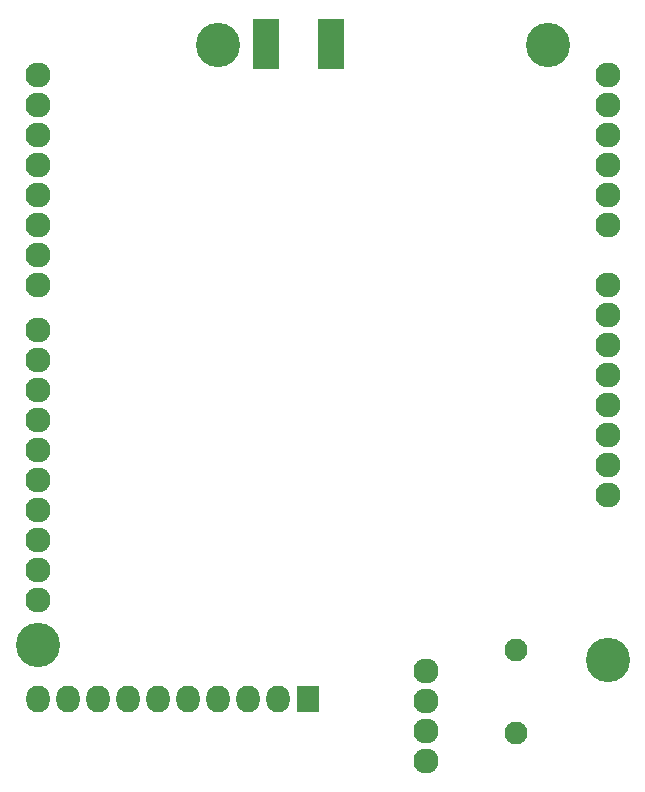
<source format=gbs>
G04 #@! TF.FileFunction,Soldermask,Bot*
%FSLAX46Y46*%
G04 Gerber Fmt 4.6, Leading zero omitted, Abs format (unit mm)*
G04 Created by KiCad (PCBNEW 4.0.0-rc1-stable) date 2/9/2016 2:30:25 PM*
%MOMM*%
G01*
G04 APERTURE LIST*
%ADD10C,0.150000*%
%ADD11C,1.950000*%
%ADD12C,2.129600*%
%ADD13R,1.977200X2.282000*%
%ADD14O,1.977200X2.282000*%
%ADD15R,2.250000X4.314000*%
%ADD16C,3.750000*%
G04 APERTURE END LIST*
D10*
D11*
X43100000Y-1095000D03*
X43100000Y5905000D03*
D12*
X35470000Y1625000D03*
X35470000Y-915000D03*
X35470000Y-3455000D03*
X35470000Y4165000D03*
D13*
X25480000Y1780000D03*
D14*
X22940000Y1780000D03*
X20400000Y1780000D03*
X17860000Y1780000D03*
X15320000Y1780000D03*
X12780000Y1780000D03*
X10240000Y1780000D03*
X7700000Y1780000D03*
X5160000Y1780000D03*
X2620000Y1780000D03*
D15*
X21878000Y57240000D03*
X27402000Y57240000D03*
D12*
X50830000Y26680000D03*
X50830000Y29220000D03*
X50830000Y41920000D03*
X50830000Y44460000D03*
X50830000Y47000000D03*
X50830000Y49540000D03*
X50830000Y52080000D03*
X50830000Y54620000D03*
X2570000Y15250000D03*
X2570000Y49540000D03*
X2570000Y47000000D03*
X2570000Y44460000D03*
X2570000Y41920000D03*
X2570000Y39380000D03*
X2570000Y36840000D03*
X2570000Y33030000D03*
X2570000Y30490000D03*
X2570000Y27950000D03*
X2570000Y25410000D03*
X2570000Y22870000D03*
X2570000Y20330000D03*
X50830000Y31760000D03*
X50830000Y34300000D03*
X2570000Y17790000D03*
X50830000Y24140000D03*
X2570000Y54620000D03*
X2570000Y52080000D03*
X50830000Y36840000D03*
D16*
X2570000Y6360000D03*
X45755000Y57165000D03*
X17815000Y57160000D03*
X50830000Y5095000D03*
D12*
X2570000Y12710000D03*
X2570000Y10170000D03*
X50830000Y21600000D03*
X50830000Y19060000D03*
M02*

</source>
